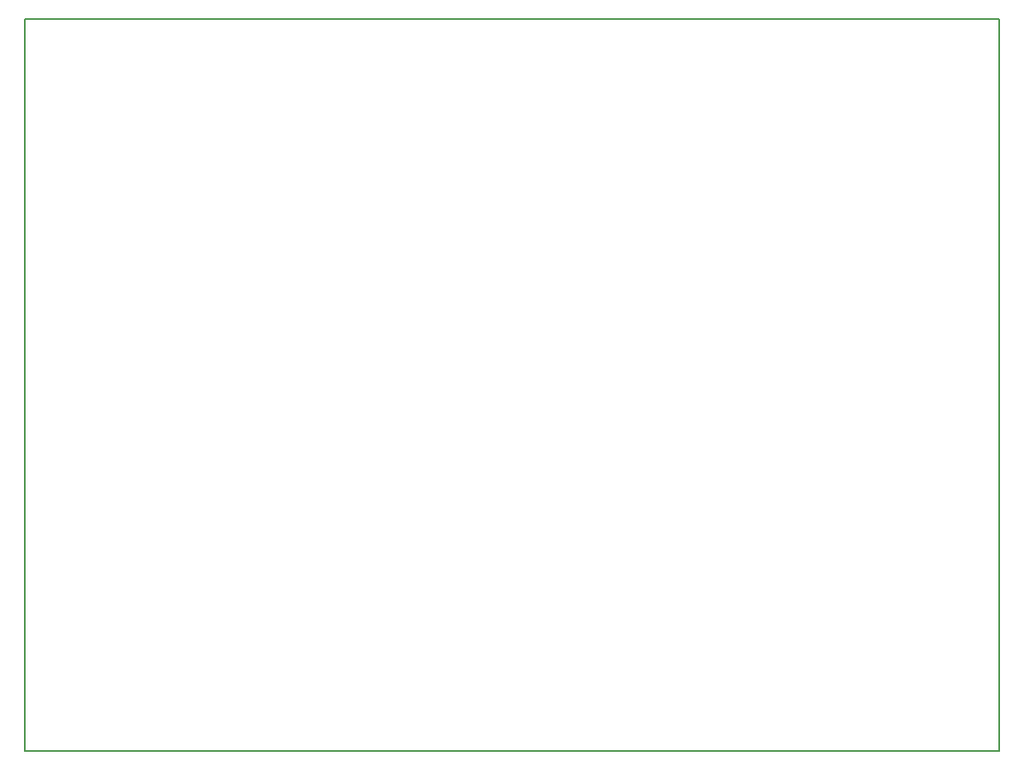
<source format=gko>
G04 #@! TF.GenerationSoftware,KiCad,Pcbnew,(5.0.0-3-g5ebb6b6)*
G04 #@! TF.CreationDate,2018-11-18T15:08:20+09:00*
G04 #@! TF.ProjectId,Z80-8251-PPI,5A38302D383235312D5050492E6B6963,rev?*
G04 #@! TF.SameCoordinates,Original*
G04 #@! TF.FileFunction,Profile,NP*
%FSLAX46Y46*%
G04 Gerber Fmt 4.6, Leading zero omitted, Abs format (unit mm)*
G04 Created by KiCad (PCBNEW (5.0.0-3-g5ebb6b6)) date *
%MOMM*%
%LPD*%
G01*
G04 APERTURE LIST*
%ADD10C,0.150000*%
G04 APERTURE END LIST*
D10*
X81153000Y-62865000D02*
X180848000Y-62865000D01*
X81153000Y-137795000D02*
X81153000Y-62865000D01*
X180848000Y-137795000D02*
X81153000Y-137795000D01*
X180848000Y-62865000D02*
X180848000Y-137795000D01*
M02*

</source>
